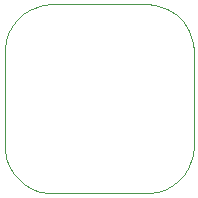
<source format=gm1>
G04 Layer_Color=16711935*
%FSLAX25Y25*%
%MOIN*%
G70*
G01*
G75*
%ADD17C,0.00050*%
D17*
X8Y15748D02*
X39Y14759D01*
X132Y13774D01*
X287Y12797D01*
X503Y11832D01*
X779Y10882D01*
X1114Y9951D01*
X1507Y9043D01*
X1956Y8161D01*
X2459Y7310D01*
X3015Y6492D01*
X3622Y5710D01*
X4276Y4968D01*
X4976Y4268D01*
X5718Y3614D01*
X6499Y3008D01*
X7318Y2451D01*
X8169Y1948D01*
X9051Y1499D01*
X9959Y1106D01*
X10889Y771D01*
X11840Y495D01*
X12805Y279D01*
X13782Y124D01*
X14767Y31D01*
X15756Y0D01*
Y62992D02*
X14767Y62961D01*
X13782Y62868D01*
X12805Y62713D01*
X11840Y62497D01*
X10889Y62221D01*
X9959Y61886D01*
X9051Y61493D01*
X8169Y61044D01*
X7318Y60541D01*
X6499Y59984D01*
X5718Y59378D01*
X4976Y58724D01*
X4276Y58024D01*
X3622Y57282D01*
X3015Y56501D01*
X2459Y55682D01*
X1956Y54831D01*
X1507Y53949D01*
X1114Y53041D01*
X779Y52110D01*
X503Y51160D01*
X287Y50195D01*
X132Y49218D01*
X39Y48233D01*
X8Y47244D01*
X47252Y0D02*
X48241Y31D01*
X49226Y124D01*
X50203Y279D01*
X51168Y495D01*
X52118Y771D01*
X53049Y1106D01*
X53957Y1499D01*
X54839Y1948D01*
X55690Y2451D01*
X56508Y3008D01*
X57290Y3614D01*
X58032Y4268D01*
X58732Y4968D01*
X59386Y5710D01*
X59992Y6492D01*
X60549Y7310D01*
X61052Y8161D01*
X61501Y9043D01*
X61894Y9951D01*
X62229Y10882D01*
X62505Y11832D01*
X62721Y12797D01*
X62876Y13774D01*
X62969Y14759D01*
X63000Y15748D01*
Y47244D02*
X62969Y48233D01*
X62876Y49218D01*
X62721Y50195D01*
X62505Y51161D01*
X62229Y52110D01*
X61894Y53041D01*
X61501Y53949D01*
X61052Y54831D01*
X60549Y55682D01*
X59992Y56501D01*
X59386Y57282D01*
X58732Y58024D01*
X58032Y58724D01*
X57290Y59378D01*
X56508Y59984D01*
X55690Y60541D01*
X54839Y61044D01*
X53957Y61493D01*
X53049Y61886D01*
X52118Y62221D01*
X51168Y62497D01*
X50203Y62713D01*
X49226Y62868D01*
X48241Y62961D01*
X47252Y62992D01*
X63000Y47244D02*
X62969Y48233D01*
X62876Y49218D01*
X62721Y50195D01*
X62505Y51161D01*
X62229Y52110D01*
X61894Y53041D01*
X61501Y53949D01*
X61052Y54831D01*
X60549Y55682D01*
X59992Y56501D01*
X59386Y57282D01*
X58732Y58024D01*
X58032Y58724D01*
X57290Y59378D01*
X56508Y59984D01*
X55690Y60541D01*
X54839Y61044D01*
X53957Y61493D01*
X53049Y61886D01*
X52118Y62221D01*
X51168Y62497D01*
X50203Y62713D01*
X49226Y62868D01*
X48241Y62961D01*
X47252Y62992D01*
X47252Y0D02*
X48241Y31D01*
X49226Y124D01*
X50203Y279D01*
X51168Y495D01*
X52118Y771D01*
X53049Y1106D01*
X53957Y1499D01*
X54839Y1948D01*
X55690Y2451D01*
X56508Y3008D01*
X57290Y3614D01*
X58032Y4268D01*
X58732Y4968D01*
X59386Y5710D01*
X59992Y6492D01*
X60549Y7310D01*
X61052Y8161D01*
X61501Y9043D01*
X61894Y9951D01*
X62229Y10882D01*
X62505Y11832D01*
X62721Y12797D01*
X62876Y13774D01*
X62969Y14759D01*
X63000Y15748D01*
X15756Y62992D02*
X14767Y62961D01*
X13782Y62868D01*
X12805Y62713D01*
X11840Y62497D01*
X10889Y62221D01*
X9959Y61886D01*
X9051Y61493D01*
X8169Y61044D01*
X7318Y60541D01*
X6499Y59984D01*
X5718Y59378D01*
X4976Y58724D01*
X4276Y58024D01*
X3622Y57282D01*
X3015Y56501D01*
X2459Y55682D01*
X1956Y54831D01*
X1507Y53949D01*
X1114Y53041D01*
X779Y52110D01*
X503Y51160D01*
X287Y50195D01*
X132Y49218D01*
X39Y48233D01*
X8Y47244D01*
Y15748D02*
X39Y14759D01*
X132Y13774D01*
X287Y12797D01*
X503Y11832D01*
X779Y10882D01*
X1114Y9951D01*
X1507Y9043D01*
X1956Y8161D01*
X2459Y7310D01*
X3015Y6492D01*
X3622Y5710D01*
X4276Y4968D01*
X4976Y4268D01*
X5718Y3614D01*
X6499Y3008D01*
X7318Y2451D01*
X8169Y1948D01*
X9051Y1499D01*
X9959Y1106D01*
X10889Y771D01*
X11840Y495D01*
X12805Y279D01*
X13782Y124D01*
X14767Y31D01*
X15756Y0D01*
X63000Y15748D02*
Y47244D01*
X15756Y62992D02*
X47252D01*
X8Y15748D02*
Y47244D01*
X15756Y0D02*
X47252D01*
X15756D02*
X47252D01*
X8Y15748D02*
Y47244D01*
X15756Y62992D02*
X47252D01*
X63000Y15748D02*
Y47244D01*
M02*

</source>
